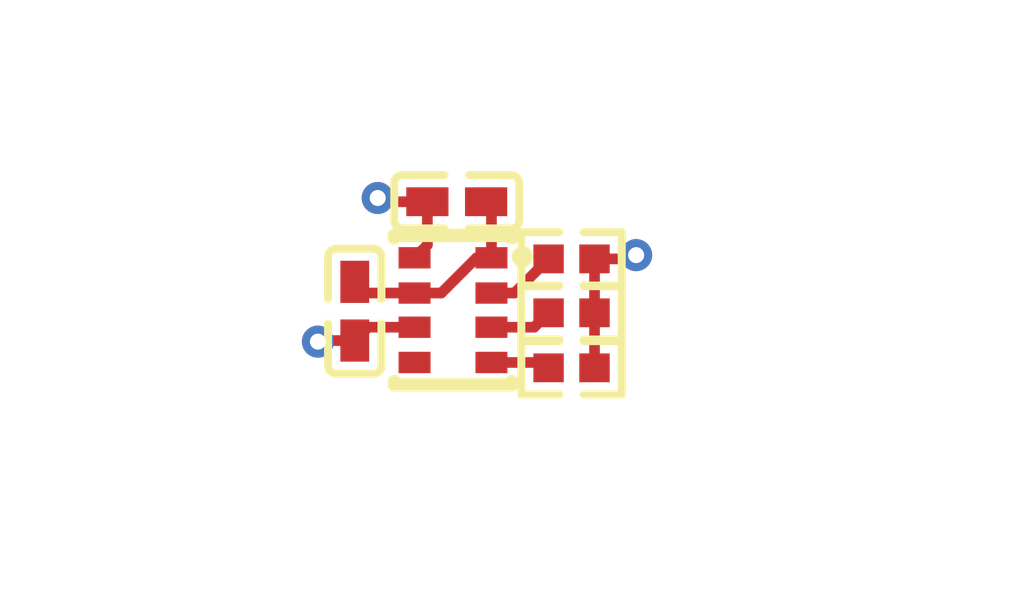
<source format=kicad_pcb>
(kicad_pcb (version 20241229) (generator "pcbnew") (generator_version "9.0")
  (layers (0 "F.Cu" signal) (2 "B.Cu" signal) (13 "F.Paste" user) (15 "B.Paste" user) (5 "F.SilkS" user "F.Silkscreen") (7 "B.SilkS" user "B.Silkscreen") (1 "F.Mask" user) (3 "B.Mask" user) (25 "Edge.Cuts" user))
  (net 0 "")
  (net 1 "GND")
  (net 2 "CSB")
  (net 3 "SCL")
  (net 4 "SDA")
  (net 5 "VCC")
  (footprint "Samsung_Electro_Mechanics_CL05B104KO5NNNC:C0402" (layer "F.Cu") (at 150.51 106.06 0)
    (property "Reference" "C1" (hide yes))
    (property "Value" "100nF ±10% 16V X7R")
    (fp_line (start 1.02 -0.5) (end 0.23 -0.5) (stroke (width 0.15)) (layer "F.SilkS"))
    (fp_line (start 0.23 0.5) (end 1.02 0.5) (stroke (width 0.15)) (layer "F.SilkS"))
    (fp_line (start 1.17 0.35) (end 1.17 -0.35) (stroke (width 0.15)) (layer "F.SilkS"))
    (fp_line (start -1.02 -0.5) (end -0.23 -0.5) (stroke (width 0.15)) (layer "F.SilkS"))
    (fp_line (start -0.23 0.5) (end -1.02 0.5) (stroke (width 0.15)) (layer "F.SilkS"))
    (fp_line (start -1.17 0.35) (end -1.17 -0.35) (stroke (width 0.15)) (layer "F.SilkS"))
    (fp_arc (start 1.17 0.35) (mid 1.1260660171779822 0.456066017177982) (end 1.02 0.4999999999999999) (stroke (width 0.15)) (layer "F.SilkS"))
    (fp_arc (start 1.02 -0.5) (mid 1.1260660171779822 -0.4560660171779821) (end 1.17 -0.35) (stroke (width 0.15)) (layer "F.SilkS"))
    (fp_arc (start -1.17 0.35) (mid -1.1260660171779822 0.456066017177982) (end -1.02 0.4999999999999999) (stroke (width 0.15)) (layer "F.SilkS"))
    (fp_arc (start -1.02 -0.5) (mid -1.1260660171779822 -0.4560660171779821) (end -1.17 -0.35) (stroke (width 0.15)) (layer "F.SilkS"))
    (pad "2" smd rect (at 0.55 0 0) (size 0.79 0.54) (layers "F.Cu" "F.Paste" "F.Mask") (net 1 "GND"))
    (pad "1" smd rect (at -0.55 0 0) (size 0.79 0.54) (layers "F.Cu" "F.Paste" "F.Mask") (net 5 "VCC"))
  )
  (footprint "UNI_ROYAL_0402WGF1002TCE:R0402" (layer "F.Cu") (at 152.66 107.13 180)
    (property "Reference" "R1" (hide yes))
    (property "Value" "10kΩ ±1% 62.5mW")
    (fp_line (start -0.23 0.5) (end -0.94 0.5) (stroke (width 0.15)) (layer "F.SilkS"))
    (fp_line (start -0.94 0.5) (end -0.94 -0.5) (stroke (width 0.15)) (layer "F.SilkS"))
    (fp_line (start -0.94 -0.5) (end -0.23 -0.5) (stroke (width 0.15)) (layer "F.SilkS"))
    (fp_line (start 0.23 0.5) (end 0.94 0.5) (stroke (width 0.15)) (layer "F.SilkS"))
    (fp_line (start 0.94 0.5) (end 0.94 -0.5) (stroke (width 0.15)) (layer "F.SilkS"))
    (fp_line (start 0.94 -0.5) (end 0.23 -0.5) (stroke (width 0.15)) (layer "F.SilkS"))
    (pad "2" smd rect (at 0.43 0 180) (size 0.57 0.54) (layers "F.Cu" "F.Paste" "F.Mask") (net 2 "CSB"))
    (pad "1" smd rect (at -0.43 0 180) (size 0.57 0.54) (layers "F.Cu" "F.Paste" "F.Mask") (net 5 "VCC"))
  )
  (footprint "UNI_ROYAL_0402WGF1002TCE:R0402" (layer "F.Cu") (at 152.66 108.14 180)
    (property "Reference" "R3" (hide yes))
    (property "Value" "10kΩ ±1% 62.5mW")
    (fp_line (start -0.23 0.5) (end -0.94 0.5) (stroke (width 0.15)) (layer "F.SilkS"))
    (fp_line (start -0.94 0.5) (end -0.94 -0.5) (stroke (width 0.15)) (layer "F.SilkS"))
    (fp_line (start -0.94 -0.5) (end -0.23 -0.5) (stroke (width 0.15)) (layer "F.SilkS"))
    (fp_line (start 0.23 0.5) (end 0.94 0.5) (stroke (width 0.15)) (layer "F.SilkS"))
    (fp_line (start 0.94 0.5) (end 0.94 -0.5) (stroke (width 0.15)) (layer "F.SilkS"))
    (fp_line (start 0.94 -0.5) (end 0.23 -0.5) (stroke (width 0.15)) (layer "F.SilkS"))
    (pad "2" smd rect (at 0.43 0 180) (size 0.57 0.54) (layers "F.Cu" "F.Paste" "F.Mask") (net 4 "SDA"))
    (pad "1" smd rect (at -0.43 0 180) (size 0.57 0.54) (layers "F.Cu" "F.Paste" "F.Mask") (net 5 "VCC"))
  )
  (footprint "UNI_ROYAL_0402WGF1002TCE:R0402" (layer "F.Cu") (at 152.66 109.17 180)
    (property "Reference" "R2" (hide yes))
    (property "Value" "10kΩ ±1% 62.5mW")
    (fp_line (start -0.23 0.5) (end -0.94 0.5) (stroke (width 0.15)) (layer "F.SilkS"))
    (fp_line (start -0.94 0.5) (end -0.94 -0.5) (stroke (width 0.15)) (layer "F.SilkS"))
    (fp_line (start -0.94 -0.5) (end -0.23 -0.5) (stroke (width 0.15)) (layer "F.SilkS"))
    (fp_line (start 0.23 0.5) (end 0.94 0.5) (stroke (width 0.15)) (layer "F.SilkS"))
    (fp_line (start 0.94 0.5) (end 0.94 -0.5) (stroke (width 0.15)) (layer "F.SilkS"))
    (fp_line (start 0.94 -0.5) (end 0.23 -0.5) (stroke (width 0.15)) (layer "F.SilkS"))
    (pad "2" smd rect (at 0.43 0 180) (size 0.57 0.54) (layers "F.Cu" "F.Paste" "F.Mask") (net 3 "SCL"))
    (pad "1" smd rect (at -0.43 0 180) (size 0.57 0.54) (layers "F.Cu" "F.Paste" "F.Mask") (net 5 "VCC"))
  )
  (footprint "Samsung_Electro_Mechanics_CL05B104KO5NNNC:C0402" (layer "F.Cu") (at 148.6 108.11 90)
    (property "Reference" "C2" (hide yes))
    (property "Value" "100nF ±10% 16V X7R")
    (fp_line (start 1.02 -0.5) (end 0.23 -0.5) (stroke (width 0.15)) (layer "F.SilkS"))
    (fp_line (start 0.23 0.5) (end 1.02 0.5) (stroke (width 0.15)) (layer "F.SilkS"))
    (fp_line (start 1.17 0.35) (end 1.17 -0.35) (stroke (width 0.15)) (layer "F.SilkS"))
    (fp_line (start -1.02 -0.5) (end -0.23 -0.5) (stroke (width 0.15)) (layer "F.SilkS"))
    (fp_line (start -0.23 0.5) (end -1.02 0.5) (stroke (width 0.15)) (layer "F.SilkS"))
    (fp_line (start -1.17 0.35) (end -1.17 -0.35) (stroke (width 0.15)) (layer "F.SilkS"))
    (fp_arc (start 1.17 0.35) (mid 1.1260660171779822 0.456066017177982) (end 1.02 0.4999999999999999) (stroke (width 0.15)) (layer "F.SilkS"))
    (fp_arc (start 1.02 -0.5) (mid 1.1260660171779822 -0.4560660171779821) (end 1.17 -0.35) (stroke (width 0.15)) (layer "F.SilkS"))
    (fp_arc (start -1.17 0.35) (mid -1.1260660171779822 0.456066017177982) (end -1.02 0.4999999999999999) (stroke (width 0.15)) (layer "F.SilkS"))
    (fp_arc (start -1.02 -0.5) (mid -1.1260660171779822 -0.4560660171779821) (end -1.17 -0.35) (stroke (width 0.15)) (layer "F.SilkS"))
    (pad "2" smd rect (at 0.55 0 90) (size 0.79 0.54) (layers "F.Cu" "F.Paste" "F.Mask") (net 1 "GND"))
    (pad "1" smd rect (at -0.55 0 90) (size 0.79 0.54) (layers "F.Cu" "F.Paste" "F.Mask") (net 5 "VCC"))
  )
  (footprint "Bosch_Sensortec_BMP280:LGA-8_L2.5-W2.0-P0.65_AMP6127" (layer "F.Cu") (at 150.44 108.09 0)
    (property "Reference" "U1" (hide yes))
    (property "Value" "")
    (fp_line (start 1.1 1.34) (end 1.1 1.4) (stroke (width 0.25)) (layer "F.SilkS"))
    (fp_line (start 1.1 -1.4) (end 1.1 -1.35) (stroke (width 0.25)) (layer "F.SilkS"))
    (fp_line (start -1.1 1.34) (end -1.1 1.4) (stroke (width 0.25)) (layer "F.SilkS"))
    (fp_line (start -1.1 -1.4) (end -1.1 -1.35) (stroke (width 0.25)) (layer "F.SilkS"))
    (fp_line (start -1.1 1.4) (end 1.1 1.4) (stroke (width 0.25)) (layer "F.SilkS"))
    (fp_line (start -1.1 -1.4) (end 1.1 -1.4) (stroke (width 0.25)) (layer "F.SilkS"))
    (fp_circle (center 1.3 -1) (end 1.4 -1) (stroke (width 0.2)) (fill no) (layer "F.SilkS"))
    (pad "5" smd rect (at -0.72 0.98 0) (size 0.6 0.4) (layers "F.Cu" "F.Paste" "F.Mask") (net 1 "GND"))
    (pad "6" smd rect (at -0.72 0.32 0) (size 0.6 0.4) (layers "F.Cu" "F.Paste" "F.Mask") (net 5 "VCC"))
    (pad "7" smd rect (at -0.72 -0.32 0) (size 0.6 0.4) (layers "F.Cu" "F.Paste" "F.Mask") (net 1 "GND"))
    (pad "8" smd rect (at -0.72 -0.98 0) (size 0.6 0.4) (layers "F.Cu" "F.Paste" "F.Mask") (net 5 "VCC"))
    (pad "4" smd rect (at 0.72 0.98 0) (size 0.6 0.4) (layers "F.Cu" "F.Paste" "F.Mask") (net 3 "SCL"))
    (pad "3" smd rect (at 0.72 0.32 0) (size 0.6 0.4) (layers "F.Cu" "F.Paste" "F.Mask") (net 4 "SDA"))
    (pad "2" smd rect (at 0.72 -0.32 0) (size 0.6 0.4) (layers "F.Cu" "F.Paste" "F.Mask") (net 2 "CSB"))
    (pad "1" smd rect (at 0.72 -0.98 0) (size 0.6 0.4) (layers "F.Cu" "F.Paste" "F.Mask") (net 1 "GND"))
  )
  (via (at 153.87 107.06) (size 0.6) (drill 0.3) (layers "F.Cu" "B.Cu") (net 5))
  (via (at 147.91 108.68) (size 0.6) (drill 0.3) (layers "F.Cu" "B.Cu") (net 5))
  (via (at 149.03 105.99) (size 0.6) (drill 0.3) (layers "F.Cu" "B.Cu") (net 5))
  (segment (start 150.22 107.77) (end 150.88 107.11) (width 0.2) (net 1) (layer "F.Cu"))
  (segment (start 149.72 107.77) (end 150.22 107.77) (width 0.2) (net 1) (layer "F.Cu"))
  (segment (start 150.88 107.11) (end 151.16 107.11) (width 0.2) (net 1) (layer "F.Cu"))
  (segment (start 148.81 107.77) (end 148.6 107.56) (width 0.2) (net 1) (layer "F.Cu"))
  (segment (start 151.16 106.16) (end 151.06 106.06) (width 0.2) (net 1) (layer "F.Cu"))
  (segment (start 149.72 107.77) (end 148.81 107.77) (width 0.2) (net 1) (layer "F.Cu"))
  (segment (start 151.16 107.11) (end 151.16 106.16) (width 0.2) (net 1) (layer "F.Cu"))
  (segment (start 151.16 107.77) (end 151.59 107.77) (width 0.2) (net 2) (layer "F.Cu"))
  (segment (start 151.17 107.76) (end 151.16 107.77) (width 0.2) (net 2) (layer "F.Cu"))
  (segment (start 151.59 107.77) (end 152.23 107.13) (width 0.2) (net 2) (layer "F.Cu"))
  (segment (start 151.16 109.07) (end 152.13 109.07) (width 0.2) (net 3) (layer "F.Cu"))
  (segment (start 152.13 109.07) (end 152.23 109.17) (width 0.2) (net 3) (layer "F.Cu"))
  (segment (start 151.96 108.41) (end 151.16 108.41) (width 0.2) (net 4) (layer "F.Cu"))
  (segment (start 152.23 108.14) (end 151.96 108.41) (width 0.2) (net 4) (layer "F.Cu"))
  (segment (start 147.93 108.66) (end 147.91 108.68) (width 0.2) (net 5) (layer "F.Cu"))
  (segment (start 153.09 107.13) (end 153.8 107.13) (width 0.2) (net 5) (layer "F.Cu"))
  (segment (start 148.85 108.41) (end 149.72 108.41) (width 0.2) (net 5) (layer "F.Cu"))
  (segment (start 148.6 108.66) (end 148.85 108.41) (width 0.2) (net 5) (layer "F.Cu"))
  (segment (start 149.1 106.06) (end 149.03 105.99) (width 0.2) (net 5) (layer "F.Cu"))
  (segment (start 149.96 106.06) (end 149.1 106.06) (width 0.2) (net 5) (layer "F.Cu"))
  (segment (start 153.8 107.13) (end 153.87 107.06) (width 0.2) (net 5) (layer "F.Cu"))
  (segment (start 148.6 108.66) (end 147.93 108.66) (width 0.2) (net 5) (layer "F.Cu"))
  (segment (start 153.09 109.17) (end 153.09 107.13) (width 0.2) (net 5) (layer "F.Cu"))
  (segment (start 149.96 106.06) (end 149.96 106.87) (width 0.2) (net 5) (layer "F.Cu"))
  (segment (start 149.96 106.87) (end 149.72 107.11) (width 0.2) (net 5) (layer "F.Cu"))
)
</source>
